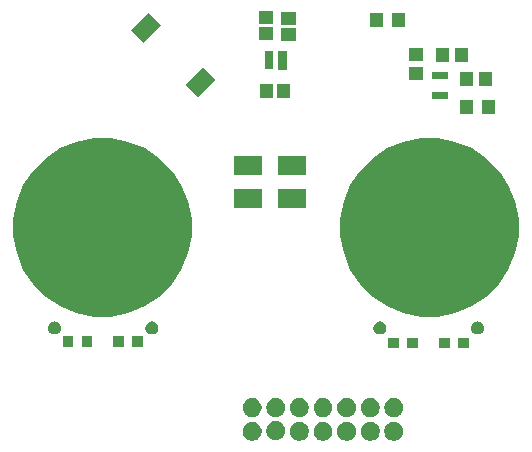
<source format=gts>
G04 #@! TF.GenerationSoftware,KiCad,Pcbnew,5.1.5-52549c5~84~ubuntu18.04.1*
G04 #@! TF.CreationDate,2020-02-14T10:24:02+02:00*
G04 #@! TF.ProjectId,Touch_Switch_2ch,546f7563-685f-4537-9769-7463685f3263,rev?*
G04 #@! TF.SameCoordinates,Original*
G04 #@! TF.FileFunction,Soldermask,Top*
G04 #@! TF.FilePolarity,Negative*
%FSLAX46Y46*%
G04 Gerber Fmt 4.6, Leading zero omitted, Abs format (unit mm)*
G04 Created by KiCad (PCBNEW 5.1.5-52549c5~84~ubuntu18.04.1) date 2020-02-14 10:24:02*
%MOMM*%
%LPD*%
G04 APERTURE LIST*
%ADD10C,0.100000*%
G04 APERTURE END LIST*
D10*
G36*
X96151642Y-71221781D02*
G01*
X96297414Y-71282162D01*
X96297416Y-71282163D01*
X96428608Y-71369822D01*
X96540178Y-71481392D01*
X96627837Y-71612584D01*
X96627838Y-71612586D01*
X96688219Y-71758358D01*
X96719000Y-71913107D01*
X96719000Y-72070893D01*
X96688219Y-72225642D01*
X96648548Y-72321416D01*
X96627837Y-72371416D01*
X96540178Y-72502608D01*
X96428608Y-72614178D01*
X96297416Y-72701837D01*
X96297415Y-72701838D01*
X96297414Y-72701838D01*
X96151642Y-72762219D01*
X95996893Y-72793000D01*
X95839107Y-72793000D01*
X95684358Y-72762219D01*
X95538586Y-72701838D01*
X95538585Y-72701838D01*
X95538584Y-72701837D01*
X95407392Y-72614178D01*
X95295822Y-72502608D01*
X95208163Y-72371416D01*
X95187452Y-72321416D01*
X95147781Y-72225642D01*
X95117000Y-72070893D01*
X95117000Y-71913107D01*
X95147781Y-71758358D01*
X95208162Y-71612586D01*
X95208163Y-71612584D01*
X95295822Y-71481392D01*
X95407392Y-71369822D01*
X95538584Y-71282163D01*
X95538586Y-71282162D01*
X95684358Y-71221781D01*
X95839107Y-71191000D01*
X95996893Y-71191000D01*
X96151642Y-71221781D01*
G37*
G36*
X102151642Y-71221781D02*
G01*
X102297414Y-71282162D01*
X102297416Y-71282163D01*
X102428608Y-71369822D01*
X102540178Y-71481392D01*
X102627837Y-71612584D01*
X102627838Y-71612586D01*
X102688219Y-71758358D01*
X102719000Y-71913107D01*
X102719000Y-72070893D01*
X102688219Y-72225642D01*
X102648548Y-72321416D01*
X102627837Y-72371416D01*
X102540178Y-72502608D01*
X102428608Y-72614178D01*
X102297416Y-72701837D01*
X102297415Y-72701838D01*
X102297414Y-72701838D01*
X102151642Y-72762219D01*
X101996893Y-72793000D01*
X101839107Y-72793000D01*
X101684358Y-72762219D01*
X101538586Y-72701838D01*
X101538585Y-72701838D01*
X101538584Y-72701837D01*
X101407392Y-72614178D01*
X101295822Y-72502608D01*
X101208163Y-72371416D01*
X101187452Y-72321416D01*
X101147781Y-72225642D01*
X101117000Y-72070893D01*
X101117000Y-71913107D01*
X101147781Y-71758358D01*
X101208162Y-71612586D01*
X101208163Y-71612584D01*
X101295822Y-71481392D01*
X101407392Y-71369822D01*
X101538584Y-71282163D01*
X101538586Y-71282162D01*
X101684358Y-71221781D01*
X101839107Y-71191000D01*
X101996893Y-71191000D01*
X102151642Y-71221781D01*
G37*
G36*
X92151642Y-71221781D02*
G01*
X92297414Y-71282162D01*
X92297416Y-71282163D01*
X92428608Y-71369822D01*
X92540178Y-71481392D01*
X92627837Y-71612584D01*
X92627838Y-71612586D01*
X92688219Y-71758358D01*
X92719000Y-71913107D01*
X92719000Y-72070893D01*
X92688219Y-72225642D01*
X92648548Y-72321416D01*
X92627837Y-72371416D01*
X92540178Y-72502608D01*
X92428608Y-72614178D01*
X92297416Y-72701837D01*
X92297415Y-72701838D01*
X92297414Y-72701838D01*
X92151642Y-72762219D01*
X91996893Y-72793000D01*
X91839107Y-72793000D01*
X91684358Y-72762219D01*
X91538586Y-72701838D01*
X91538585Y-72701838D01*
X91538584Y-72701837D01*
X91407392Y-72614178D01*
X91295822Y-72502608D01*
X91208163Y-72371416D01*
X91187452Y-72321416D01*
X91147781Y-72225642D01*
X91117000Y-72070893D01*
X91117000Y-71913107D01*
X91147781Y-71758358D01*
X91208162Y-71612586D01*
X91208163Y-71612584D01*
X91295822Y-71481392D01*
X91407392Y-71369822D01*
X91538584Y-71282163D01*
X91538586Y-71282162D01*
X91684358Y-71221781D01*
X91839107Y-71191000D01*
X91996893Y-71191000D01*
X92151642Y-71221781D01*
G37*
G36*
X104151642Y-71221781D02*
G01*
X104297414Y-71282162D01*
X104297416Y-71282163D01*
X104428608Y-71369822D01*
X104540178Y-71481392D01*
X104627837Y-71612584D01*
X104627838Y-71612586D01*
X104688219Y-71758358D01*
X104719000Y-71913107D01*
X104719000Y-72070893D01*
X104688219Y-72225642D01*
X104648548Y-72321416D01*
X104627837Y-72371416D01*
X104540178Y-72502608D01*
X104428608Y-72614178D01*
X104297416Y-72701837D01*
X104297415Y-72701838D01*
X104297414Y-72701838D01*
X104151642Y-72762219D01*
X103996893Y-72793000D01*
X103839107Y-72793000D01*
X103684358Y-72762219D01*
X103538586Y-72701838D01*
X103538585Y-72701838D01*
X103538584Y-72701837D01*
X103407392Y-72614178D01*
X103295822Y-72502608D01*
X103208163Y-72371416D01*
X103187452Y-72321416D01*
X103147781Y-72225642D01*
X103117000Y-72070893D01*
X103117000Y-71913107D01*
X103147781Y-71758358D01*
X103208162Y-71612586D01*
X103208163Y-71612584D01*
X103295822Y-71481392D01*
X103407392Y-71369822D01*
X103538584Y-71282163D01*
X103538586Y-71282162D01*
X103684358Y-71221781D01*
X103839107Y-71191000D01*
X103996893Y-71191000D01*
X104151642Y-71221781D01*
G37*
G36*
X98151642Y-71221781D02*
G01*
X98297414Y-71282162D01*
X98297416Y-71282163D01*
X98428608Y-71369822D01*
X98540178Y-71481392D01*
X98627837Y-71612584D01*
X98627838Y-71612586D01*
X98688219Y-71758358D01*
X98719000Y-71913107D01*
X98719000Y-72070893D01*
X98688219Y-72225642D01*
X98648548Y-72321416D01*
X98627837Y-72371416D01*
X98540178Y-72502608D01*
X98428608Y-72614178D01*
X98297416Y-72701837D01*
X98297415Y-72701838D01*
X98297414Y-72701838D01*
X98151642Y-72762219D01*
X97996893Y-72793000D01*
X97839107Y-72793000D01*
X97684358Y-72762219D01*
X97538586Y-72701838D01*
X97538585Y-72701838D01*
X97538584Y-72701837D01*
X97407392Y-72614178D01*
X97295822Y-72502608D01*
X97208163Y-72371416D01*
X97187452Y-72321416D01*
X97147781Y-72225642D01*
X97117000Y-72070893D01*
X97117000Y-71913107D01*
X97147781Y-71758358D01*
X97208162Y-71612586D01*
X97208163Y-71612584D01*
X97295822Y-71481392D01*
X97407392Y-71369822D01*
X97538584Y-71282163D01*
X97538586Y-71282162D01*
X97684358Y-71221781D01*
X97839107Y-71191000D01*
X97996893Y-71191000D01*
X98151642Y-71221781D01*
G37*
G36*
X100151642Y-71221781D02*
G01*
X100297414Y-71282162D01*
X100297416Y-71282163D01*
X100428608Y-71369822D01*
X100540178Y-71481392D01*
X100627837Y-71612584D01*
X100627838Y-71612586D01*
X100688219Y-71758358D01*
X100719000Y-71913107D01*
X100719000Y-72070893D01*
X100688219Y-72225642D01*
X100648548Y-72321416D01*
X100627837Y-72371416D01*
X100540178Y-72502608D01*
X100428608Y-72614178D01*
X100297416Y-72701837D01*
X100297415Y-72701838D01*
X100297414Y-72701838D01*
X100151642Y-72762219D01*
X99996893Y-72793000D01*
X99839107Y-72793000D01*
X99684358Y-72762219D01*
X99538586Y-72701838D01*
X99538585Y-72701838D01*
X99538584Y-72701837D01*
X99407392Y-72614178D01*
X99295822Y-72502608D01*
X99208163Y-72371416D01*
X99187452Y-72321416D01*
X99147781Y-72225642D01*
X99117000Y-72070893D01*
X99117000Y-71913107D01*
X99147781Y-71758358D01*
X99208162Y-71612586D01*
X99208163Y-71612584D01*
X99295822Y-71481392D01*
X99407392Y-71369822D01*
X99538584Y-71282163D01*
X99538586Y-71282162D01*
X99684358Y-71221781D01*
X99839107Y-71191000D01*
X99996893Y-71191000D01*
X100151642Y-71221781D01*
G37*
G36*
X94151642Y-71171781D02*
G01*
X94297414Y-71232162D01*
X94297416Y-71232163D01*
X94428608Y-71319822D01*
X94540178Y-71431392D01*
X94573587Y-71481393D01*
X94627838Y-71562586D01*
X94688219Y-71708358D01*
X94719000Y-71863107D01*
X94719000Y-72020893D01*
X94688219Y-72175642D01*
X94627838Y-72321414D01*
X94627837Y-72321416D01*
X94540178Y-72452608D01*
X94428608Y-72564178D01*
X94297416Y-72651837D01*
X94297415Y-72651838D01*
X94297414Y-72651838D01*
X94151642Y-72712219D01*
X93996893Y-72743000D01*
X93839107Y-72743000D01*
X93684358Y-72712219D01*
X93538586Y-72651838D01*
X93538585Y-72651838D01*
X93538584Y-72651837D01*
X93407392Y-72564178D01*
X93295822Y-72452608D01*
X93208163Y-72321416D01*
X93208162Y-72321414D01*
X93147781Y-72175642D01*
X93117000Y-72020893D01*
X93117000Y-71863107D01*
X93147781Y-71708358D01*
X93208162Y-71562586D01*
X93262413Y-71481393D01*
X93295822Y-71431392D01*
X93407392Y-71319822D01*
X93538584Y-71232163D01*
X93538586Y-71232162D01*
X93684358Y-71171781D01*
X93839107Y-71141000D01*
X93996893Y-71141000D01*
X94151642Y-71171781D01*
G37*
G36*
X100151642Y-69221781D02*
G01*
X100297414Y-69282162D01*
X100297416Y-69282163D01*
X100428608Y-69369822D01*
X100540178Y-69481392D01*
X100627837Y-69612584D01*
X100627838Y-69612586D01*
X100688219Y-69758358D01*
X100719000Y-69913107D01*
X100719000Y-70070893D01*
X100688219Y-70225642D01*
X100627838Y-70371414D01*
X100627837Y-70371416D01*
X100540178Y-70502608D01*
X100428608Y-70614178D01*
X100297416Y-70701837D01*
X100297415Y-70701838D01*
X100297414Y-70701838D01*
X100151642Y-70762219D01*
X99996893Y-70793000D01*
X99839107Y-70793000D01*
X99684358Y-70762219D01*
X99538586Y-70701838D01*
X99538585Y-70701838D01*
X99538584Y-70701837D01*
X99407392Y-70614178D01*
X99295822Y-70502608D01*
X99208163Y-70371416D01*
X99208162Y-70371414D01*
X99147781Y-70225642D01*
X99117000Y-70070893D01*
X99117000Y-69913107D01*
X99147781Y-69758358D01*
X99208162Y-69612586D01*
X99208163Y-69612584D01*
X99295822Y-69481392D01*
X99407392Y-69369822D01*
X99538584Y-69282163D01*
X99538586Y-69282162D01*
X99684358Y-69221781D01*
X99839107Y-69191000D01*
X99996893Y-69191000D01*
X100151642Y-69221781D01*
G37*
G36*
X102151642Y-69221781D02*
G01*
X102297414Y-69282162D01*
X102297416Y-69282163D01*
X102428608Y-69369822D01*
X102540178Y-69481392D01*
X102627837Y-69612584D01*
X102627838Y-69612586D01*
X102688219Y-69758358D01*
X102719000Y-69913107D01*
X102719000Y-70070893D01*
X102688219Y-70225642D01*
X102627838Y-70371414D01*
X102627837Y-70371416D01*
X102540178Y-70502608D01*
X102428608Y-70614178D01*
X102297416Y-70701837D01*
X102297415Y-70701838D01*
X102297414Y-70701838D01*
X102151642Y-70762219D01*
X101996893Y-70793000D01*
X101839107Y-70793000D01*
X101684358Y-70762219D01*
X101538586Y-70701838D01*
X101538585Y-70701838D01*
X101538584Y-70701837D01*
X101407392Y-70614178D01*
X101295822Y-70502608D01*
X101208163Y-70371416D01*
X101208162Y-70371414D01*
X101147781Y-70225642D01*
X101117000Y-70070893D01*
X101117000Y-69913107D01*
X101147781Y-69758358D01*
X101208162Y-69612586D01*
X101208163Y-69612584D01*
X101295822Y-69481392D01*
X101407392Y-69369822D01*
X101538584Y-69282163D01*
X101538586Y-69282162D01*
X101684358Y-69221781D01*
X101839107Y-69191000D01*
X101996893Y-69191000D01*
X102151642Y-69221781D01*
G37*
G36*
X92151642Y-69221781D02*
G01*
X92297414Y-69282162D01*
X92297416Y-69282163D01*
X92428608Y-69369822D01*
X92540178Y-69481392D01*
X92627837Y-69612584D01*
X92627838Y-69612586D01*
X92688219Y-69758358D01*
X92719000Y-69913107D01*
X92719000Y-70070893D01*
X92688219Y-70225642D01*
X92627838Y-70371414D01*
X92627837Y-70371416D01*
X92540178Y-70502608D01*
X92428608Y-70614178D01*
X92297416Y-70701837D01*
X92297415Y-70701838D01*
X92297414Y-70701838D01*
X92151642Y-70762219D01*
X91996893Y-70793000D01*
X91839107Y-70793000D01*
X91684358Y-70762219D01*
X91538586Y-70701838D01*
X91538585Y-70701838D01*
X91538584Y-70701837D01*
X91407392Y-70614178D01*
X91295822Y-70502608D01*
X91208163Y-70371416D01*
X91208162Y-70371414D01*
X91147781Y-70225642D01*
X91117000Y-70070893D01*
X91117000Y-69913107D01*
X91147781Y-69758358D01*
X91208162Y-69612586D01*
X91208163Y-69612584D01*
X91295822Y-69481392D01*
X91407392Y-69369822D01*
X91538584Y-69282163D01*
X91538586Y-69282162D01*
X91684358Y-69221781D01*
X91839107Y-69191000D01*
X91996893Y-69191000D01*
X92151642Y-69221781D01*
G37*
G36*
X94151642Y-69221781D02*
G01*
X94297414Y-69282162D01*
X94297416Y-69282163D01*
X94428608Y-69369822D01*
X94540178Y-69481392D01*
X94627837Y-69612584D01*
X94627838Y-69612586D01*
X94688219Y-69758358D01*
X94719000Y-69913107D01*
X94719000Y-70070893D01*
X94688219Y-70225642D01*
X94627838Y-70371414D01*
X94627837Y-70371416D01*
X94540178Y-70502608D01*
X94428608Y-70614178D01*
X94297416Y-70701837D01*
X94297415Y-70701838D01*
X94297414Y-70701838D01*
X94151642Y-70762219D01*
X93996893Y-70793000D01*
X93839107Y-70793000D01*
X93684358Y-70762219D01*
X93538586Y-70701838D01*
X93538585Y-70701838D01*
X93538584Y-70701837D01*
X93407392Y-70614178D01*
X93295822Y-70502608D01*
X93208163Y-70371416D01*
X93208162Y-70371414D01*
X93147781Y-70225642D01*
X93117000Y-70070893D01*
X93117000Y-69913107D01*
X93147781Y-69758358D01*
X93208162Y-69612586D01*
X93208163Y-69612584D01*
X93295822Y-69481392D01*
X93407392Y-69369822D01*
X93538584Y-69282163D01*
X93538586Y-69282162D01*
X93684358Y-69221781D01*
X93839107Y-69191000D01*
X93996893Y-69191000D01*
X94151642Y-69221781D01*
G37*
G36*
X104151642Y-69221781D02*
G01*
X104297414Y-69282162D01*
X104297416Y-69282163D01*
X104428608Y-69369822D01*
X104540178Y-69481392D01*
X104627837Y-69612584D01*
X104627838Y-69612586D01*
X104688219Y-69758358D01*
X104719000Y-69913107D01*
X104719000Y-70070893D01*
X104688219Y-70225642D01*
X104627838Y-70371414D01*
X104627837Y-70371416D01*
X104540178Y-70502608D01*
X104428608Y-70614178D01*
X104297416Y-70701837D01*
X104297415Y-70701838D01*
X104297414Y-70701838D01*
X104151642Y-70762219D01*
X103996893Y-70793000D01*
X103839107Y-70793000D01*
X103684358Y-70762219D01*
X103538586Y-70701838D01*
X103538585Y-70701838D01*
X103538584Y-70701837D01*
X103407392Y-70614178D01*
X103295822Y-70502608D01*
X103208163Y-70371416D01*
X103208162Y-70371414D01*
X103147781Y-70225642D01*
X103117000Y-70070893D01*
X103117000Y-69913107D01*
X103147781Y-69758358D01*
X103208162Y-69612586D01*
X103208163Y-69612584D01*
X103295822Y-69481392D01*
X103407392Y-69369822D01*
X103538584Y-69282163D01*
X103538586Y-69282162D01*
X103684358Y-69221781D01*
X103839107Y-69191000D01*
X103996893Y-69191000D01*
X104151642Y-69221781D01*
G37*
G36*
X98151642Y-69221781D02*
G01*
X98297414Y-69282162D01*
X98297416Y-69282163D01*
X98428608Y-69369822D01*
X98540178Y-69481392D01*
X98627837Y-69612584D01*
X98627838Y-69612586D01*
X98688219Y-69758358D01*
X98719000Y-69913107D01*
X98719000Y-70070893D01*
X98688219Y-70225642D01*
X98627838Y-70371414D01*
X98627837Y-70371416D01*
X98540178Y-70502608D01*
X98428608Y-70614178D01*
X98297416Y-70701837D01*
X98297415Y-70701838D01*
X98297414Y-70701838D01*
X98151642Y-70762219D01*
X97996893Y-70793000D01*
X97839107Y-70793000D01*
X97684358Y-70762219D01*
X97538586Y-70701838D01*
X97538585Y-70701838D01*
X97538584Y-70701837D01*
X97407392Y-70614178D01*
X97295822Y-70502608D01*
X97208163Y-70371416D01*
X97208162Y-70371414D01*
X97147781Y-70225642D01*
X97117000Y-70070893D01*
X97117000Y-69913107D01*
X97147781Y-69758358D01*
X97208162Y-69612586D01*
X97208163Y-69612584D01*
X97295822Y-69481392D01*
X97407392Y-69369822D01*
X97538584Y-69282163D01*
X97538586Y-69282162D01*
X97684358Y-69221781D01*
X97839107Y-69191000D01*
X97996893Y-69191000D01*
X98151642Y-69221781D01*
G37*
G36*
X96151642Y-69221781D02*
G01*
X96297414Y-69282162D01*
X96297416Y-69282163D01*
X96428608Y-69369822D01*
X96540178Y-69481392D01*
X96627837Y-69612584D01*
X96627838Y-69612586D01*
X96688219Y-69758358D01*
X96719000Y-69913107D01*
X96719000Y-70070893D01*
X96688219Y-70225642D01*
X96627838Y-70371414D01*
X96627837Y-70371416D01*
X96540178Y-70502608D01*
X96428608Y-70614178D01*
X96297416Y-70701837D01*
X96297415Y-70701838D01*
X96297414Y-70701838D01*
X96151642Y-70762219D01*
X95996893Y-70793000D01*
X95839107Y-70793000D01*
X95684358Y-70762219D01*
X95538586Y-70701838D01*
X95538585Y-70701838D01*
X95538584Y-70701837D01*
X95407392Y-70614178D01*
X95295822Y-70502608D01*
X95208163Y-70371416D01*
X95208162Y-70371414D01*
X95147781Y-70225642D01*
X95117000Y-70070893D01*
X95117000Y-69913107D01*
X95147781Y-69758358D01*
X95208162Y-69612586D01*
X95208163Y-69612584D01*
X95295822Y-69481392D01*
X95407392Y-69369822D01*
X95538584Y-69282163D01*
X95538586Y-69282162D01*
X95684358Y-69221781D01*
X95839107Y-69191000D01*
X95996893Y-69191000D01*
X96151642Y-69221781D01*
G37*
G36*
X105937000Y-64967000D02*
G01*
X105035000Y-64967000D01*
X105035000Y-64065000D01*
X105937000Y-64065000D01*
X105937000Y-64967000D01*
G37*
G36*
X108655000Y-64967000D02*
G01*
X107753000Y-64967000D01*
X107753000Y-64065000D01*
X108655000Y-64065000D01*
X108655000Y-64967000D01*
G37*
G36*
X104337000Y-64967000D02*
G01*
X103435000Y-64967000D01*
X103435000Y-64065000D01*
X104337000Y-64065000D01*
X104337000Y-64967000D01*
G37*
G36*
X110255000Y-64967000D02*
G01*
X109353000Y-64967000D01*
X109353000Y-64065000D01*
X110255000Y-64065000D01*
X110255000Y-64967000D01*
G37*
G36*
X81058000Y-64840000D02*
G01*
X80156000Y-64840000D01*
X80156000Y-63938000D01*
X81058000Y-63938000D01*
X81058000Y-64840000D01*
G37*
G36*
X82658000Y-64840000D02*
G01*
X81756000Y-64840000D01*
X81756000Y-63938000D01*
X82658000Y-63938000D01*
X82658000Y-64840000D01*
G37*
G36*
X78378000Y-64840000D02*
G01*
X77476000Y-64840000D01*
X77476000Y-63938000D01*
X78378000Y-63938000D01*
X78378000Y-64840000D01*
G37*
G36*
X76778000Y-64840000D02*
G01*
X75876000Y-64840000D01*
X75876000Y-63938000D01*
X76778000Y-63938000D01*
X76778000Y-64840000D01*
G37*
G36*
X111158721Y-62716174D02*
G01*
X111258995Y-62757709D01*
X111258996Y-62757710D01*
X111349242Y-62818010D01*
X111425990Y-62894758D01*
X111425991Y-62894760D01*
X111486291Y-62985005D01*
X111527826Y-63085279D01*
X111549000Y-63191730D01*
X111549000Y-63300270D01*
X111527826Y-63406721D01*
X111486291Y-63506995D01*
X111486290Y-63506996D01*
X111425990Y-63597242D01*
X111349242Y-63673990D01*
X111303812Y-63704345D01*
X111258995Y-63734291D01*
X111158721Y-63775826D01*
X111052270Y-63797000D01*
X110943730Y-63797000D01*
X110837279Y-63775826D01*
X110737005Y-63734291D01*
X110692188Y-63704345D01*
X110646758Y-63673990D01*
X110570010Y-63597242D01*
X110509710Y-63506996D01*
X110509709Y-63506995D01*
X110468174Y-63406721D01*
X110447000Y-63300270D01*
X110447000Y-63191730D01*
X110468174Y-63085279D01*
X110509709Y-62985005D01*
X110570009Y-62894760D01*
X110570010Y-62894758D01*
X110646758Y-62818010D01*
X110737004Y-62757710D01*
X110737005Y-62757709D01*
X110837279Y-62716174D01*
X110943730Y-62695000D01*
X111052270Y-62695000D01*
X111158721Y-62716174D01*
G37*
G36*
X102903721Y-62716174D02*
G01*
X103003995Y-62757709D01*
X103003996Y-62757710D01*
X103094242Y-62818010D01*
X103170990Y-62894758D01*
X103170991Y-62894760D01*
X103231291Y-62985005D01*
X103272826Y-63085279D01*
X103294000Y-63191730D01*
X103294000Y-63300270D01*
X103272826Y-63406721D01*
X103231291Y-63506995D01*
X103231290Y-63506996D01*
X103170990Y-63597242D01*
X103094242Y-63673990D01*
X103048812Y-63704345D01*
X103003995Y-63734291D01*
X102903721Y-63775826D01*
X102797270Y-63797000D01*
X102688730Y-63797000D01*
X102582279Y-63775826D01*
X102482005Y-63734291D01*
X102437188Y-63704345D01*
X102391758Y-63673990D01*
X102315010Y-63597242D01*
X102254710Y-63506996D01*
X102254709Y-63506995D01*
X102213174Y-63406721D01*
X102192000Y-63300270D01*
X102192000Y-63191730D01*
X102213174Y-63085279D01*
X102254709Y-62985005D01*
X102315009Y-62894760D01*
X102315010Y-62894758D01*
X102391758Y-62818010D01*
X102482004Y-62757710D01*
X102482005Y-62757709D01*
X102582279Y-62716174D01*
X102688730Y-62695000D01*
X102797270Y-62695000D01*
X102903721Y-62716174D01*
G37*
G36*
X83599721Y-62716174D02*
G01*
X83699995Y-62757709D01*
X83699996Y-62757710D01*
X83790242Y-62818010D01*
X83866990Y-62894758D01*
X83866991Y-62894760D01*
X83927291Y-62985005D01*
X83968826Y-63085279D01*
X83990000Y-63191730D01*
X83990000Y-63300270D01*
X83968826Y-63406721D01*
X83927291Y-63506995D01*
X83927290Y-63506996D01*
X83866990Y-63597242D01*
X83790242Y-63673990D01*
X83744812Y-63704345D01*
X83699995Y-63734291D01*
X83599721Y-63775826D01*
X83493270Y-63797000D01*
X83384730Y-63797000D01*
X83278279Y-63775826D01*
X83178005Y-63734291D01*
X83133188Y-63704345D01*
X83087758Y-63673990D01*
X83011010Y-63597242D01*
X82950710Y-63506996D01*
X82950709Y-63506995D01*
X82909174Y-63406721D01*
X82888000Y-63300270D01*
X82888000Y-63191730D01*
X82909174Y-63085279D01*
X82950709Y-62985005D01*
X83011009Y-62894760D01*
X83011010Y-62894758D01*
X83087758Y-62818010D01*
X83178004Y-62757710D01*
X83178005Y-62757709D01*
X83278279Y-62716174D01*
X83384730Y-62695000D01*
X83493270Y-62695000D01*
X83599721Y-62716174D01*
G37*
G36*
X75344721Y-62716174D02*
G01*
X75444995Y-62757709D01*
X75444996Y-62757710D01*
X75535242Y-62818010D01*
X75611990Y-62894758D01*
X75611991Y-62894760D01*
X75672291Y-62985005D01*
X75713826Y-63085279D01*
X75735000Y-63191730D01*
X75735000Y-63300270D01*
X75713826Y-63406721D01*
X75672291Y-63506995D01*
X75672290Y-63506996D01*
X75611990Y-63597242D01*
X75535242Y-63673990D01*
X75489812Y-63704345D01*
X75444995Y-63734291D01*
X75344721Y-63775826D01*
X75238270Y-63797000D01*
X75129730Y-63797000D01*
X75023279Y-63775826D01*
X74923005Y-63734291D01*
X74878188Y-63704345D01*
X74832758Y-63673990D01*
X74756010Y-63597242D01*
X74695710Y-63506996D01*
X74695709Y-63506995D01*
X74654174Y-63406721D01*
X74633000Y-63300270D01*
X74633000Y-63191730D01*
X74654174Y-63085279D01*
X74695709Y-62985005D01*
X74756009Y-62894760D01*
X74756010Y-62894758D01*
X74832758Y-62818010D01*
X74923004Y-62757710D01*
X74923005Y-62757709D01*
X75023279Y-62716174D01*
X75129730Y-62695000D01*
X75238270Y-62695000D01*
X75344721Y-62716174D01*
G37*
G36*
X81449544Y-47476180D02*
G01*
X82823738Y-48045390D01*
X82823740Y-48045391D01*
X84060482Y-48871755D01*
X85112245Y-49923518D01*
X85350438Y-50280000D01*
X85938610Y-51160262D01*
X86507820Y-52534456D01*
X86798000Y-53993290D01*
X86798000Y-55480710D01*
X86507820Y-56939544D01*
X85938610Y-58313738D01*
X85938609Y-58313740D01*
X85112245Y-59550482D01*
X84060482Y-60602245D01*
X82823740Y-61428609D01*
X82823739Y-61428610D01*
X82823738Y-61428610D01*
X81449544Y-61997820D01*
X79990710Y-62288000D01*
X78503290Y-62288000D01*
X77044456Y-61997820D01*
X75670262Y-61428610D01*
X75670261Y-61428610D01*
X75670260Y-61428609D01*
X74433518Y-60602245D01*
X73381755Y-59550482D01*
X72555391Y-58313740D01*
X72555390Y-58313738D01*
X71986180Y-56939544D01*
X71696000Y-55480710D01*
X71696000Y-53993290D01*
X71986180Y-52534456D01*
X72555390Y-51160262D01*
X73143562Y-50280000D01*
X73381755Y-49923518D01*
X74433518Y-48871755D01*
X75670260Y-48045391D01*
X75670262Y-48045390D01*
X77044456Y-47476180D01*
X78503290Y-47186000D01*
X79990710Y-47186000D01*
X81449544Y-47476180D01*
G37*
G36*
X109135544Y-47476180D02*
G01*
X110509738Y-48045390D01*
X110509740Y-48045391D01*
X111746482Y-48871755D01*
X112798245Y-49923518D01*
X113036438Y-50280000D01*
X113624610Y-51160262D01*
X114193820Y-52534456D01*
X114484000Y-53993290D01*
X114484000Y-55480710D01*
X114193820Y-56939544D01*
X113624610Y-58313738D01*
X113624609Y-58313740D01*
X112798245Y-59550482D01*
X111746482Y-60602245D01*
X110509740Y-61428609D01*
X110509739Y-61428610D01*
X110509738Y-61428610D01*
X109135544Y-61997820D01*
X107676710Y-62288000D01*
X106189290Y-62288000D01*
X104730456Y-61997820D01*
X103356262Y-61428610D01*
X103356261Y-61428610D01*
X103356260Y-61428609D01*
X102119518Y-60602245D01*
X101067755Y-59550482D01*
X100241391Y-58313740D01*
X100241390Y-58313738D01*
X99672180Y-56939544D01*
X99382000Y-55480710D01*
X99382000Y-53993290D01*
X99672180Y-52534456D01*
X100241390Y-51160262D01*
X100829562Y-50280000D01*
X101067755Y-49923518D01*
X102119518Y-48871755D01*
X103356260Y-48045391D01*
X103356262Y-48045390D01*
X104730456Y-47476180D01*
X106189290Y-47186000D01*
X107676710Y-47186000D01*
X109135544Y-47476180D01*
G37*
G36*
X96507500Y-53074000D02*
G01*
X94144500Y-53074000D01*
X94144500Y-51524000D01*
X96507500Y-51524000D01*
X96507500Y-53074000D01*
G37*
G36*
X92723500Y-53074000D02*
G01*
X90360500Y-53074000D01*
X90360500Y-51524000D01*
X92723500Y-51524000D01*
X92723500Y-53074000D01*
G37*
G36*
X92723500Y-50280000D02*
G01*
X90360500Y-50280000D01*
X90360500Y-48730000D01*
X92723500Y-48730000D01*
X92723500Y-50280000D01*
G37*
G36*
X96507500Y-50280000D02*
G01*
X94144500Y-50280000D01*
X94144500Y-48730000D01*
X96507500Y-48730000D01*
X96507500Y-50280000D01*
G37*
G36*
X112460000Y-45178000D02*
G01*
X111358000Y-45178000D01*
X111358000Y-43976000D01*
X112460000Y-43976000D01*
X112460000Y-45178000D01*
G37*
G36*
X110660000Y-45178000D02*
G01*
X109558000Y-45178000D01*
X109558000Y-43976000D01*
X110660000Y-43976000D01*
X110660000Y-45178000D01*
G37*
G36*
X108532000Y-43861000D02*
G01*
X107114000Y-43861000D01*
X107114000Y-43259000D01*
X108532000Y-43259000D01*
X108532000Y-43861000D01*
G37*
G36*
X93704000Y-43781000D02*
G01*
X92602000Y-43781000D01*
X92602000Y-42579000D01*
X93704000Y-42579000D01*
X93704000Y-43781000D01*
G37*
G36*
X95104000Y-43781000D02*
G01*
X94002000Y-43781000D01*
X94002000Y-42579000D01*
X95104000Y-42579000D01*
X95104000Y-43781000D01*
G37*
G36*
X88789303Y-42217965D02*
G01*
X87302965Y-43704303D01*
X86240891Y-42642229D01*
X87727229Y-41155891D01*
X88789303Y-42217965D01*
G37*
G36*
X110648000Y-42765000D02*
G01*
X109546000Y-42765000D01*
X109546000Y-41563000D01*
X110648000Y-41563000D01*
X110648000Y-42765000D01*
G37*
G36*
X112248000Y-42765000D02*
G01*
X111146000Y-42765000D01*
X111146000Y-41563000D01*
X112248000Y-41563000D01*
X112248000Y-42765000D01*
G37*
G36*
X106393000Y-42260000D02*
G01*
X105191000Y-42260000D01*
X105191000Y-41158000D01*
X106393000Y-41158000D01*
X106393000Y-42260000D01*
G37*
G36*
X108532000Y-42161000D02*
G01*
X107114000Y-42161000D01*
X107114000Y-41559000D01*
X108532000Y-41559000D01*
X108532000Y-42161000D01*
G37*
G36*
X94864000Y-41372000D02*
G01*
X94112000Y-41372000D01*
X94112000Y-39822000D01*
X94864000Y-39822000D01*
X94864000Y-41372000D01*
G37*
G36*
X93721000Y-41331000D02*
G01*
X92969000Y-41331000D01*
X92969000Y-39781000D01*
X93721000Y-39781000D01*
X93721000Y-41331000D01*
G37*
G36*
X108629000Y-40733000D02*
G01*
X107527000Y-40733000D01*
X107527000Y-39531000D01*
X108629000Y-39531000D01*
X108629000Y-40733000D01*
G37*
G36*
X110229000Y-40733000D02*
G01*
X109127000Y-40733000D01*
X109127000Y-39531000D01*
X110229000Y-39531000D01*
X110229000Y-40733000D01*
G37*
G36*
X106393000Y-40660000D02*
G01*
X105191000Y-40660000D01*
X105191000Y-39558000D01*
X106393000Y-39558000D01*
X106393000Y-40660000D01*
G37*
G36*
X84193109Y-37621771D02*
G01*
X82706771Y-39108109D01*
X81644697Y-38046035D01*
X83131035Y-36559697D01*
X84193109Y-37621771D01*
G37*
G36*
X95597000Y-38970000D02*
G01*
X94395000Y-38970000D01*
X94395000Y-37868000D01*
X95597000Y-37868000D01*
X95597000Y-38970000D01*
G37*
G36*
X93692000Y-38905000D02*
G01*
X92490000Y-38905000D01*
X92490000Y-37803000D01*
X93692000Y-37803000D01*
X93692000Y-38905000D01*
G37*
G36*
X103040000Y-37812000D02*
G01*
X101938000Y-37812000D01*
X101938000Y-36610000D01*
X103040000Y-36610000D01*
X103040000Y-37812000D01*
G37*
G36*
X104840000Y-37812000D02*
G01*
X103738000Y-37812000D01*
X103738000Y-36610000D01*
X104840000Y-36610000D01*
X104840000Y-37812000D01*
G37*
G36*
X95597000Y-37570000D02*
G01*
X94395000Y-37570000D01*
X94395000Y-36468000D01*
X95597000Y-36468000D01*
X95597000Y-37570000D01*
G37*
G36*
X93692000Y-37505000D02*
G01*
X92490000Y-37505000D01*
X92490000Y-36403000D01*
X93692000Y-36403000D01*
X93692000Y-37505000D01*
G37*
M02*

</source>
